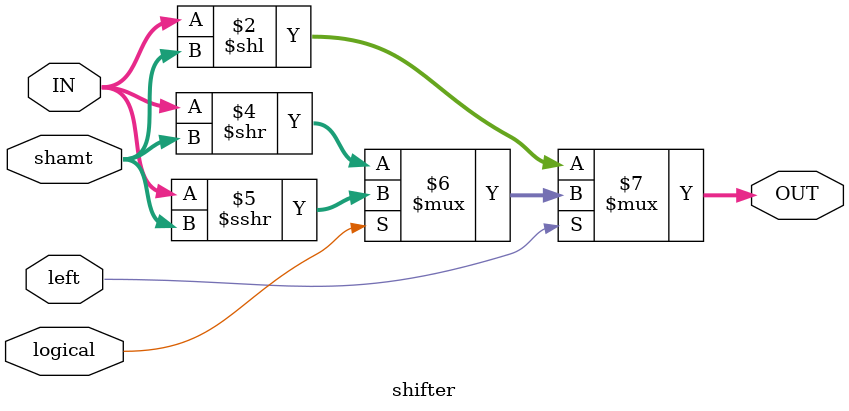
<source format=sv>
`timescale 1ns / 1ps


module shifter #(parameter N=32) (
    input wire signed [N-1:0] IN,
    input wire [$clog2(N)-1:0] shamt,
    input wire left, logical,
    output wire [N-1:0] OUT
    );
    
    
    assign OUT = ~left ? (IN << shamt) :
                        (~logical ? (IN >> shamt) : (IN >>> shamt));
    
endmodule

</source>
